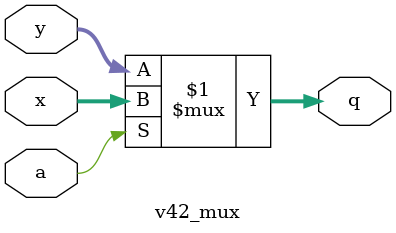
<source format=v>
module v42_mux(x,y,a,q);
input [3:0] x,y;
input a;
output [3:0] q;
assign q = a? x : y;
endmodule
</source>
